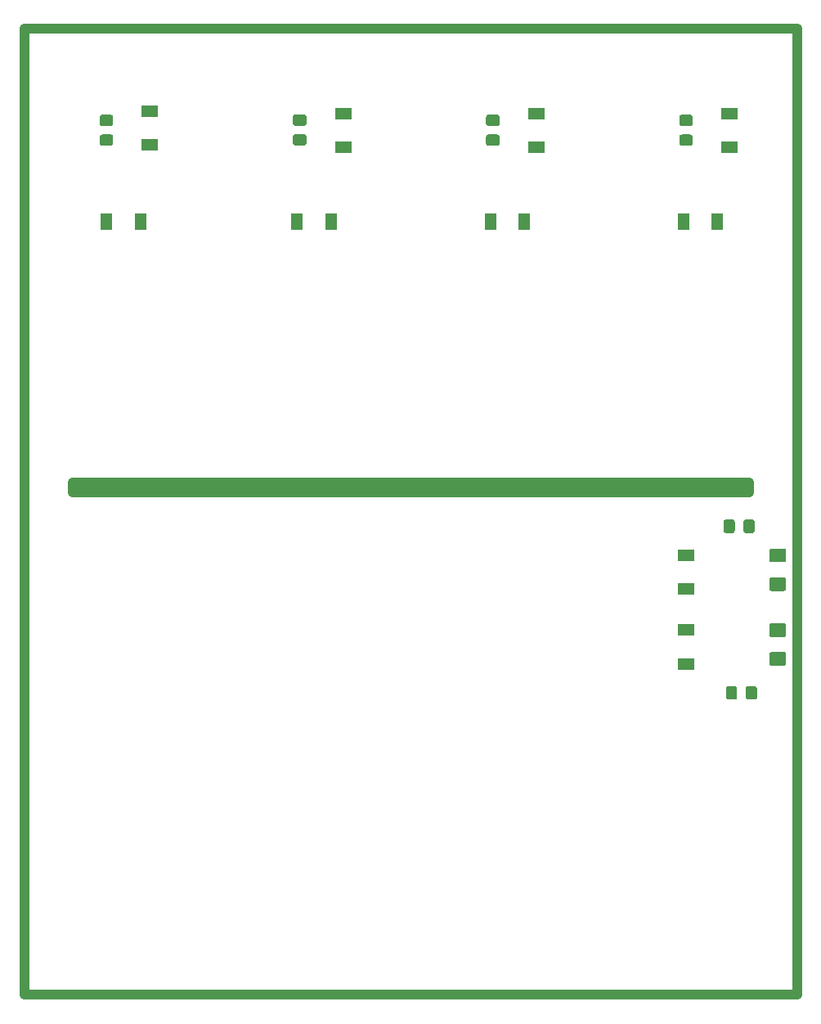
<source format=gbr>
%TF.GenerationSoftware,KiCad,Pcbnew,(5.1.5)-3*%
%TF.CreationDate,2020-04-29T23:45:49+02:00*%
%TF.ProjectId,KicadJE_SympleSeq,4b696361-644a-4455-9f53-796d706c6553,Rev A*%
%TF.SameCoordinates,Original*%
%TF.FileFunction,Paste,Bot*%
%TF.FilePolarity,Positive*%
%FSLAX46Y46*%
G04 Gerber Fmt 4.6, Leading zero omitted, Abs format (unit mm)*
G04 Created by KiCad (PCBNEW (5.1.5)-3) date 2020-04-29 23:45:49*
%MOMM*%
%LPD*%
G04 APERTURE LIST*
%ADD10C,1.000000*%
%ADD11C,0.150000*%
%ADD12R,1.700000X1.300000*%
%ADD13R,1.300000X1.700000*%
G04 APERTURE END LIST*
D10*
X105000000Y-96950000D02*
X105000000Y-97950000D01*
X175000000Y-96950000D02*
X175000000Y-97950000D01*
X105000000Y-96950000D02*
X175000000Y-96950000D01*
X175000000Y-97950000D02*
X105000000Y-97950000D01*
X180000000Y-50000000D02*
X100000000Y-50000000D01*
X180000000Y-150000000D02*
X180000000Y-50000000D01*
X100000000Y-150000000D02*
X180000000Y-150000000D01*
X100000000Y-50000000D02*
X100000000Y-150000000D01*
D11*
G36*
X178649504Y-103801204D02*
G01*
X178673773Y-103804804D01*
X178697571Y-103810765D01*
X178720671Y-103819030D01*
X178742849Y-103829520D01*
X178763893Y-103842133D01*
X178783598Y-103856747D01*
X178801777Y-103873223D01*
X178818253Y-103891402D01*
X178832867Y-103911107D01*
X178845480Y-103932151D01*
X178855970Y-103954329D01*
X178864235Y-103977429D01*
X178870196Y-104001227D01*
X178873796Y-104025496D01*
X178875000Y-104050000D01*
X178875000Y-104975000D01*
X178873796Y-104999504D01*
X178870196Y-105023773D01*
X178864235Y-105047571D01*
X178855970Y-105070671D01*
X178845480Y-105092849D01*
X178832867Y-105113893D01*
X178818253Y-105133598D01*
X178801777Y-105151777D01*
X178783598Y-105168253D01*
X178763893Y-105182867D01*
X178742849Y-105195480D01*
X178720671Y-105205970D01*
X178697571Y-105214235D01*
X178673773Y-105220196D01*
X178649504Y-105223796D01*
X178625000Y-105225000D01*
X177375000Y-105225000D01*
X177350496Y-105223796D01*
X177326227Y-105220196D01*
X177302429Y-105214235D01*
X177279329Y-105205970D01*
X177257151Y-105195480D01*
X177236107Y-105182867D01*
X177216402Y-105168253D01*
X177198223Y-105151777D01*
X177181747Y-105133598D01*
X177167133Y-105113893D01*
X177154520Y-105092849D01*
X177144030Y-105070671D01*
X177135765Y-105047571D01*
X177129804Y-105023773D01*
X177126204Y-104999504D01*
X177125000Y-104975000D01*
X177125000Y-104050000D01*
X177126204Y-104025496D01*
X177129804Y-104001227D01*
X177135765Y-103977429D01*
X177144030Y-103954329D01*
X177154520Y-103932151D01*
X177167133Y-103911107D01*
X177181747Y-103891402D01*
X177198223Y-103873223D01*
X177216402Y-103856747D01*
X177236107Y-103842133D01*
X177257151Y-103829520D01*
X177279329Y-103819030D01*
X177302429Y-103810765D01*
X177326227Y-103804804D01*
X177350496Y-103801204D01*
X177375000Y-103800000D01*
X178625000Y-103800000D01*
X178649504Y-103801204D01*
G37*
G36*
X178649504Y-106776204D02*
G01*
X178673773Y-106779804D01*
X178697571Y-106785765D01*
X178720671Y-106794030D01*
X178742849Y-106804520D01*
X178763893Y-106817133D01*
X178783598Y-106831747D01*
X178801777Y-106848223D01*
X178818253Y-106866402D01*
X178832867Y-106886107D01*
X178845480Y-106907151D01*
X178855970Y-106929329D01*
X178864235Y-106952429D01*
X178870196Y-106976227D01*
X178873796Y-107000496D01*
X178875000Y-107025000D01*
X178875000Y-107950000D01*
X178873796Y-107974504D01*
X178870196Y-107998773D01*
X178864235Y-108022571D01*
X178855970Y-108045671D01*
X178845480Y-108067849D01*
X178832867Y-108088893D01*
X178818253Y-108108598D01*
X178801777Y-108126777D01*
X178783598Y-108143253D01*
X178763893Y-108157867D01*
X178742849Y-108170480D01*
X178720671Y-108180970D01*
X178697571Y-108189235D01*
X178673773Y-108195196D01*
X178649504Y-108198796D01*
X178625000Y-108200000D01*
X177375000Y-108200000D01*
X177350496Y-108198796D01*
X177326227Y-108195196D01*
X177302429Y-108189235D01*
X177279329Y-108180970D01*
X177257151Y-108170480D01*
X177236107Y-108157867D01*
X177216402Y-108143253D01*
X177198223Y-108126777D01*
X177181747Y-108108598D01*
X177167133Y-108088893D01*
X177154520Y-108067849D01*
X177144030Y-108045671D01*
X177135765Y-108022571D01*
X177129804Y-107998773D01*
X177126204Y-107974504D01*
X177125000Y-107950000D01*
X177125000Y-107025000D01*
X177126204Y-107000496D01*
X177129804Y-106976227D01*
X177135765Y-106952429D01*
X177144030Y-106929329D01*
X177154520Y-106907151D01*
X177167133Y-106886107D01*
X177181747Y-106866402D01*
X177198223Y-106848223D01*
X177216402Y-106831747D01*
X177236107Y-106817133D01*
X177257151Y-106804520D01*
X177279329Y-106794030D01*
X177302429Y-106785765D01*
X177326227Y-106779804D01*
X177350496Y-106776204D01*
X177375000Y-106775000D01*
X178625000Y-106775000D01*
X178649504Y-106776204D01*
G37*
G36*
X178649504Y-111551204D02*
G01*
X178673773Y-111554804D01*
X178697571Y-111560765D01*
X178720671Y-111569030D01*
X178742849Y-111579520D01*
X178763893Y-111592133D01*
X178783598Y-111606747D01*
X178801777Y-111623223D01*
X178818253Y-111641402D01*
X178832867Y-111661107D01*
X178845480Y-111682151D01*
X178855970Y-111704329D01*
X178864235Y-111727429D01*
X178870196Y-111751227D01*
X178873796Y-111775496D01*
X178875000Y-111800000D01*
X178875000Y-112725000D01*
X178873796Y-112749504D01*
X178870196Y-112773773D01*
X178864235Y-112797571D01*
X178855970Y-112820671D01*
X178845480Y-112842849D01*
X178832867Y-112863893D01*
X178818253Y-112883598D01*
X178801777Y-112901777D01*
X178783598Y-112918253D01*
X178763893Y-112932867D01*
X178742849Y-112945480D01*
X178720671Y-112955970D01*
X178697571Y-112964235D01*
X178673773Y-112970196D01*
X178649504Y-112973796D01*
X178625000Y-112975000D01*
X177375000Y-112975000D01*
X177350496Y-112973796D01*
X177326227Y-112970196D01*
X177302429Y-112964235D01*
X177279329Y-112955970D01*
X177257151Y-112945480D01*
X177236107Y-112932867D01*
X177216402Y-112918253D01*
X177198223Y-112901777D01*
X177181747Y-112883598D01*
X177167133Y-112863893D01*
X177154520Y-112842849D01*
X177144030Y-112820671D01*
X177135765Y-112797571D01*
X177129804Y-112773773D01*
X177126204Y-112749504D01*
X177125000Y-112725000D01*
X177125000Y-111800000D01*
X177126204Y-111775496D01*
X177129804Y-111751227D01*
X177135765Y-111727429D01*
X177144030Y-111704329D01*
X177154520Y-111682151D01*
X177167133Y-111661107D01*
X177181747Y-111641402D01*
X177198223Y-111623223D01*
X177216402Y-111606747D01*
X177236107Y-111592133D01*
X177257151Y-111579520D01*
X177279329Y-111569030D01*
X177302429Y-111560765D01*
X177326227Y-111554804D01*
X177350496Y-111551204D01*
X177375000Y-111550000D01*
X178625000Y-111550000D01*
X178649504Y-111551204D01*
G37*
G36*
X178649504Y-114526204D02*
G01*
X178673773Y-114529804D01*
X178697571Y-114535765D01*
X178720671Y-114544030D01*
X178742849Y-114554520D01*
X178763893Y-114567133D01*
X178783598Y-114581747D01*
X178801777Y-114598223D01*
X178818253Y-114616402D01*
X178832867Y-114636107D01*
X178845480Y-114657151D01*
X178855970Y-114679329D01*
X178864235Y-114702429D01*
X178870196Y-114726227D01*
X178873796Y-114750496D01*
X178875000Y-114775000D01*
X178875000Y-115700000D01*
X178873796Y-115724504D01*
X178870196Y-115748773D01*
X178864235Y-115772571D01*
X178855970Y-115795671D01*
X178845480Y-115817849D01*
X178832867Y-115838893D01*
X178818253Y-115858598D01*
X178801777Y-115876777D01*
X178783598Y-115893253D01*
X178763893Y-115907867D01*
X178742849Y-115920480D01*
X178720671Y-115930970D01*
X178697571Y-115939235D01*
X178673773Y-115945196D01*
X178649504Y-115948796D01*
X178625000Y-115950000D01*
X177375000Y-115950000D01*
X177350496Y-115948796D01*
X177326227Y-115945196D01*
X177302429Y-115939235D01*
X177279329Y-115930970D01*
X177257151Y-115920480D01*
X177236107Y-115907867D01*
X177216402Y-115893253D01*
X177198223Y-115876777D01*
X177181747Y-115858598D01*
X177167133Y-115838893D01*
X177154520Y-115817849D01*
X177144030Y-115795671D01*
X177135765Y-115772571D01*
X177129804Y-115748773D01*
X177126204Y-115724504D01*
X177125000Y-115700000D01*
X177125000Y-114775000D01*
X177126204Y-114750496D01*
X177129804Y-114726227D01*
X177135765Y-114702429D01*
X177144030Y-114679329D01*
X177154520Y-114657151D01*
X177167133Y-114636107D01*
X177181747Y-114616402D01*
X177198223Y-114598223D01*
X177216402Y-114581747D01*
X177236107Y-114567133D01*
X177257151Y-114554520D01*
X177279329Y-114544030D01*
X177302429Y-114535765D01*
X177326227Y-114529804D01*
X177350496Y-114526204D01*
X177375000Y-114525000D01*
X178625000Y-114525000D01*
X178649504Y-114526204D01*
G37*
D12*
X113000000Y-62000000D03*
X113000000Y-58500000D03*
X133000000Y-58750000D03*
X133000000Y-62250000D03*
D13*
X112000000Y-70000000D03*
X108500000Y-70000000D03*
X128250000Y-70000000D03*
X131750000Y-70000000D03*
D12*
X153000000Y-58750000D03*
X153000000Y-62250000D03*
X173000000Y-62250000D03*
X173000000Y-58750000D03*
D13*
X148250000Y-70000000D03*
X151750000Y-70000000D03*
X171750000Y-70000000D03*
X168250000Y-70000000D03*
D12*
X168500000Y-104500000D03*
X168500000Y-108000000D03*
X168500000Y-115750000D03*
X168500000Y-112250000D03*
D11*
G36*
X175374505Y-100801204D02*
G01*
X175398773Y-100804804D01*
X175422572Y-100810765D01*
X175445671Y-100819030D01*
X175467850Y-100829520D01*
X175488893Y-100842132D01*
X175508599Y-100856747D01*
X175526777Y-100873223D01*
X175543253Y-100891401D01*
X175557868Y-100911107D01*
X175570480Y-100932150D01*
X175580970Y-100954329D01*
X175589235Y-100977428D01*
X175595196Y-101001227D01*
X175598796Y-101025495D01*
X175600000Y-101049999D01*
X175600000Y-101950001D01*
X175598796Y-101974505D01*
X175595196Y-101998773D01*
X175589235Y-102022572D01*
X175580970Y-102045671D01*
X175570480Y-102067850D01*
X175557868Y-102088893D01*
X175543253Y-102108599D01*
X175526777Y-102126777D01*
X175508599Y-102143253D01*
X175488893Y-102157868D01*
X175467850Y-102170480D01*
X175445671Y-102180970D01*
X175422572Y-102189235D01*
X175398773Y-102195196D01*
X175374505Y-102198796D01*
X175350001Y-102200000D01*
X174699999Y-102200000D01*
X174675495Y-102198796D01*
X174651227Y-102195196D01*
X174627428Y-102189235D01*
X174604329Y-102180970D01*
X174582150Y-102170480D01*
X174561107Y-102157868D01*
X174541401Y-102143253D01*
X174523223Y-102126777D01*
X174506747Y-102108599D01*
X174492132Y-102088893D01*
X174479520Y-102067850D01*
X174469030Y-102045671D01*
X174460765Y-102022572D01*
X174454804Y-101998773D01*
X174451204Y-101974505D01*
X174450000Y-101950001D01*
X174450000Y-101049999D01*
X174451204Y-101025495D01*
X174454804Y-101001227D01*
X174460765Y-100977428D01*
X174469030Y-100954329D01*
X174479520Y-100932150D01*
X174492132Y-100911107D01*
X174506747Y-100891401D01*
X174523223Y-100873223D01*
X174541401Y-100856747D01*
X174561107Y-100842132D01*
X174582150Y-100829520D01*
X174604329Y-100819030D01*
X174627428Y-100810765D01*
X174651227Y-100804804D01*
X174675495Y-100801204D01*
X174699999Y-100800000D01*
X175350001Y-100800000D01*
X175374505Y-100801204D01*
G37*
G36*
X173324505Y-100801204D02*
G01*
X173348773Y-100804804D01*
X173372572Y-100810765D01*
X173395671Y-100819030D01*
X173417850Y-100829520D01*
X173438893Y-100842132D01*
X173458599Y-100856747D01*
X173476777Y-100873223D01*
X173493253Y-100891401D01*
X173507868Y-100911107D01*
X173520480Y-100932150D01*
X173530970Y-100954329D01*
X173539235Y-100977428D01*
X173545196Y-101001227D01*
X173548796Y-101025495D01*
X173550000Y-101049999D01*
X173550000Y-101950001D01*
X173548796Y-101974505D01*
X173545196Y-101998773D01*
X173539235Y-102022572D01*
X173530970Y-102045671D01*
X173520480Y-102067850D01*
X173507868Y-102088893D01*
X173493253Y-102108599D01*
X173476777Y-102126777D01*
X173458599Y-102143253D01*
X173438893Y-102157868D01*
X173417850Y-102170480D01*
X173395671Y-102180970D01*
X173372572Y-102189235D01*
X173348773Y-102195196D01*
X173324505Y-102198796D01*
X173300001Y-102200000D01*
X172649999Y-102200000D01*
X172625495Y-102198796D01*
X172601227Y-102195196D01*
X172577428Y-102189235D01*
X172554329Y-102180970D01*
X172532150Y-102170480D01*
X172511107Y-102157868D01*
X172491401Y-102143253D01*
X172473223Y-102126777D01*
X172456747Y-102108599D01*
X172442132Y-102088893D01*
X172429520Y-102067850D01*
X172419030Y-102045671D01*
X172410765Y-102022572D01*
X172404804Y-101998773D01*
X172401204Y-101974505D01*
X172400000Y-101950001D01*
X172400000Y-101049999D01*
X172401204Y-101025495D01*
X172404804Y-101001227D01*
X172410765Y-100977428D01*
X172419030Y-100954329D01*
X172429520Y-100932150D01*
X172442132Y-100911107D01*
X172456747Y-100891401D01*
X172473223Y-100873223D01*
X172491401Y-100856747D01*
X172511107Y-100842132D01*
X172532150Y-100829520D01*
X172554329Y-100819030D01*
X172577428Y-100810765D01*
X172601227Y-100804804D01*
X172625495Y-100801204D01*
X172649999Y-100800000D01*
X173300001Y-100800000D01*
X173324505Y-100801204D01*
G37*
G36*
X173574505Y-118051204D02*
G01*
X173598773Y-118054804D01*
X173622572Y-118060765D01*
X173645671Y-118069030D01*
X173667850Y-118079520D01*
X173688893Y-118092132D01*
X173708599Y-118106747D01*
X173726777Y-118123223D01*
X173743253Y-118141401D01*
X173757868Y-118161107D01*
X173770480Y-118182150D01*
X173780970Y-118204329D01*
X173789235Y-118227428D01*
X173795196Y-118251227D01*
X173798796Y-118275495D01*
X173800000Y-118299999D01*
X173800000Y-119200001D01*
X173798796Y-119224505D01*
X173795196Y-119248773D01*
X173789235Y-119272572D01*
X173780970Y-119295671D01*
X173770480Y-119317850D01*
X173757868Y-119338893D01*
X173743253Y-119358599D01*
X173726777Y-119376777D01*
X173708599Y-119393253D01*
X173688893Y-119407868D01*
X173667850Y-119420480D01*
X173645671Y-119430970D01*
X173622572Y-119439235D01*
X173598773Y-119445196D01*
X173574505Y-119448796D01*
X173550001Y-119450000D01*
X172899999Y-119450000D01*
X172875495Y-119448796D01*
X172851227Y-119445196D01*
X172827428Y-119439235D01*
X172804329Y-119430970D01*
X172782150Y-119420480D01*
X172761107Y-119407868D01*
X172741401Y-119393253D01*
X172723223Y-119376777D01*
X172706747Y-119358599D01*
X172692132Y-119338893D01*
X172679520Y-119317850D01*
X172669030Y-119295671D01*
X172660765Y-119272572D01*
X172654804Y-119248773D01*
X172651204Y-119224505D01*
X172650000Y-119200001D01*
X172650000Y-118299999D01*
X172651204Y-118275495D01*
X172654804Y-118251227D01*
X172660765Y-118227428D01*
X172669030Y-118204329D01*
X172679520Y-118182150D01*
X172692132Y-118161107D01*
X172706747Y-118141401D01*
X172723223Y-118123223D01*
X172741401Y-118106747D01*
X172761107Y-118092132D01*
X172782150Y-118079520D01*
X172804329Y-118069030D01*
X172827428Y-118060765D01*
X172851227Y-118054804D01*
X172875495Y-118051204D01*
X172899999Y-118050000D01*
X173550001Y-118050000D01*
X173574505Y-118051204D01*
G37*
G36*
X175624505Y-118051204D02*
G01*
X175648773Y-118054804D01*
X175672572Y-118060765D01*
X175695671Y-118069030D01*
X175717850Y-118079520D01*
X175738893Y-118092132D01*
X175758599Y-118106747D01*
X175776777Y-118123223D01*
X175793253Y-118141401D01*
X175807868Y-118161107D01*
X175820480Y-118182150D01*
X175830970Y-118204329D01*
X175839235Y-118227428D01*
X175845196Y-118251227D01*
X175848796Y-118275495D01*
X175850000Y-118299999D01*
X175850000Y-119200001D01*
X175848796Y-119224505D01*
X175845196Y-119248773D01*
X175839235Y-119272572D01*
X175830970Y-119295671D01*
X175820480Y-119317850D01*
X175807868Y-119338893D01*
X175793253Y-119358599D01*
X175776777Y-119376777D01*
X175758599Y-119393253D01*
X175738893Y-119407868D01*
X175717850Y-119420480D01*
X175695671Y-119430970D01*
X175672572Y-119439235D01*
X175648773Y-119445196D01*
X175624505Y-119448796D01*
X175600001Y-119450000D01*
X174949999Y-119450000D01*
X174925495Y-119448796D01*
X174901227Y-119445196D01*
X174877428Y-119439235D01*
X174854329Y-119430970D01*
X174832150Y-119420480D01*
X174811107Y-119407868D01*
X174791401Y-119393253D01*
X174773223Y-119376777D01*
X174756747Y-119358599D01*
X174742132Y-119338893D01*
X174729520Y-119317850D01*
X174719030Y-119295671D01*
X174710765Y-119272572D01*
X174704804Y-119248773D01*
X174701204Y-119224505D01*
X174700000Y-119200001D01*
X174700000Y-118299999D01*
X174701204Y-118275495D01*
X174704804Y-118251227D01*
X174710765Y-118227428D01*
X174719030Y-118204329D01*
X174729520Y-118182150D01*
X174742132Y-118161107D01*
X174756747Y-118141401D01*
X174773223Y-118123223D01*
X174791401Y-118106747D01*
X174811107Y-118092132D01*
X174832150Y-118079520D01*
X174854329Y-118069030D01*
X174877428Y-118060765D01*
X174901227Y-118054804D01*
X174925495Y-118051204D01*
X174949999Y-118050000D01*
X175600001Y-118050000D01*
X175624505Y-118051204D01*
G37*
G36*
X108974505Y-60951204D02*
G01*
X108998773Y-60954804D01*
X109022572Y-60960765D01*
X109045671Y-60969030D01*
X109067850Y-60979520D01*
X109088893Y-60992132D01*
X109108599Y-61006747D01*
X109126777Y-61023223D01*
X109143253Y-61041401D01*
X109157868Y-61061107D01*
X109170480Y-61082150D01*
X109180970Y-61104329D01*
X109189235Y-61127428D01*
X109195196Y-61151227D01*
X109198796Y-61175495D01*
X109200000Y-61199999D01*
X109200000Y-61850001D01*
X109198796Y-61874505D01*
X109195196Y-61898773D01*
X109189235Y-61922572D01*
X109180970Y-61945671D01*
X109170480Y-61967850D01*
X109157868Y-61988893D01*
X109143253Y-62008599D01*
X109126777Y-62026777D01*
X109108599Y-62043253D01*
X109088893Y-62057868D01*
X109067850Y-62070480D01*
X109045671Y-62080970D01*
X109022572Y-62089235D01*
X108998773Y-62095196D01*
X108974505Y-62098796D01*
X108950001Y-62100000D01*
X108049999Y-62100000D01*
X108025495Y-62098796D01*
X108001227Y-62095196D01*
X107977428Y-62089235D01*
X107954329Y-62080970D01*
X107932150Y-62070480D01*
X107911107Y-62057868D01*
X107891401Y-62043253D01*
X107873223Y-62026777D01*
X107856747Y-62008599D01*
X107842132Y-61988893D01*
X107829520Y-61967850D01*
X107819030Y-61945671D01*
X107810765Y-61922572D01*
X107804804Y-61898773D01*
X107801204Y-61874505D01*
X107800000Y-61850001D01*
X107800000Y-61199999D01*
X107801204Y-61175495D01*
X107804804Y-61151227D01*
X107810765Y-61127428D01*
X107819030Y-61104329D01*
X107829520Y-61082150D01*
X107842132Y-61061107D01*
X107856747Y-61041401D01*
X107873223Y-61023223D01*
X107891401Y-61006747D01*
X107911107Y-60992132D01*
X107932150Y-60979520D01*
X107954329Y-60969030D01*
X107977428Y-60960765D01*
X108001227Y-60954804D01*
X108025495Y-60951204D01*
X108049999Y-60950000D01*
X108950001Y-60950000D01*
X108974505Y-60951204D01*
G37*
G36*
X108974505Y-58901204D02*
G01*
X108998773Y-58904804D01*
X109022572Y-58910765D01*
X109045671Y-58919030D01*
X109067850Y-58929520D01*
X109088893Y-58942132D01*
X109108599Y-58956747D01*
X109126777Y-58973223D01*
X109143253Y-58991401D01*
X109157868Y-59011107D01*
X109170480Y-59032150D01*
X109180970Y-59054329D01*
X109189235Y-59077428D01*
X109195196Y-59101227D01*
X109198796Y-59125495D01*
X109200000Y-59149999D01*
X109200000Y-59800001D01*
X109198796Y-59824505D01*
X109195196Y-59848773D01*
X109189235Y-59872572D01*
X109180970Y-59895671D01*
X109170480Y-59917850D01*
X109157868Y-59938893D01*
X109143253Y-59958599D01*
X109126777Y-59976777D01*
X109108599Y-59993253D01*
X109088893Y-60007868D01*
X109067850Y-60020480D01*
X109045671Y-60030970D01*
X109022572Y-60039235D01*
X108998773Y-60045196D01*
X108974505Y-60048796D01*
X108950001Y-60050000D01*
X108049999Y-60050000D01*
X108025495Y-60048796D01*
X108001227Y-60045196D01*
X107977428Y-60039235D01*
X107954329Y-60030970D01*
X107932150Y-60020480D01*
X107911107Y-60007868D01*
X107891401Y-59993253D01*
X107873223Y-59976777D01*
X107856747Y-59958599D01*
X107842132Y-59938893D01*
X107829520Y-59917850D01*
X107819030Y-59895671D01*
X107810765Y-59872572D01*
X107804804Y-59848773D01*
X107801204Y-59824505D01*
X107800000Y-59800001D01*
X107800000Y-59149999D01*
X107801204Y-59125495D01*
X107804804Y-59101227D01*
X107810765Y-59077428D01*
X107819030Y-59054329D01*
X107829520Y-59032150D01*
X107842132Y-59011107D01*
X107856747Y-58991401D01*
X107873223Y-58973223D01*
X107891401Y-58956747D01*
X107911107Y-58942132D01*
X107932150Y-58929520D01*
X107954329Y-58919030D01*
X107977428Y-58910765D01*
X108001227Y-58904804D01*
X108025495Y-58901204D01*
X108049999Y-58900000D01*
X108950001Y-58900000D01*
X108974505Y-58901204D01*
G37*
G36*
X128974505Y-60926204D02*
G01*
X128998773Y-60929804D01*
X129022572Y-60935765D01*
X129045671Y-60944030D01*
X129067850Y-60954520D01*
X129088893Y-60967132D01*
X129108599Y-60981747D01*
X129126777Y-60998223D01*
X129143253Y-61016401D01*
X129157868Y-61036107D01*
X129170480Y-61057150D01*
X129180970Y-61079329D01*
X129189235Y-61102428D01*
X129195196Y-61126227D01*
X129198796Y-61150495D01*
X129200000Y-61174999D01*
X129200000Y-61825001D01*
X129198796Y-61849505D01*
X129195196Y-61873773D01*
X129189235Y-61897572D01*
X129180970Y-61920671D01*
X129170480Y-61942850D01*
X129157868Y-61963893D01*
X129143253Y-61983599D01*
X129126777Y-62001777D01*
X129108599Y-62018253D01*
X129088893Y-62032868D01*
X129067850Y-62045480D01*
X129045671Y-62055970D01*
X129022572Y-62064235D01*
X128998773Y-62070196D01*
X128974505Y-62073796D01*
X128950001Y-62075000D01*
X128049999Y-62075000D01*
X128025495Y-62073796D01*
X128001227Y-62070196D01*
X127977428Y-62064235D01*
X127954329Y-62055970D01*
X127932150Y-62045480D01*
X127911107Y-62032868D01*
X127891401Y-62018253D01*
X127873223Y-62001777D01*
X127856747Y-61983599D01*
X127842132Y-61963893D01*
X127829520Y-61942850D01*
X127819030Y-61920671D01*
X127810765Y-61897572D01*
X127804804Y-61873773D01*
X127801204Y-61849505D01*
X127800000Y-61825001D01*
X127800000Y-61174999D01*
X127801204Y-61150495D01*
X127804804Y-61126227D01*
X127810765Y-61102428D01*
X127819030Y-61079329D01*
X127829520Y-61057150D01*
X127842132Y-61036107D01*
X127856747Y-61016401D01*
X127873223Y-60998223D01*
X127891401Y-60981747D01*
X127911107Y-60967132D01*
X127932150Y-60954520D01*
X127954329Y-60944030D01*
X127977428Y-60935765D01*
X128001227Y-60929804D01*
X128025495Y-60926204D01*
X128049999Y-60925000D01*
X128950001Y-60925000D01*
X128974505Y-60926204D01*
G37*
G36*
X128974505Y-58876204D02*
G01*
X128998773Y-58879804D01*
X129022572Y-58885765D01*
X129045671Y-58894030D01*
X129067850Y-58904520D01*
X129088893Y-58917132D01*
X129108599Y-58931747D01*
X129126777Y-58948223D01*
X129143253Y-58966401D01*
X129157868Y-58986107D01*
X129170480Y-59007150D01*
X129180970Y-59029329D01*
X129189235Y-59052428D01*
X129195196Y-59076227D01*
X129198796Y-59100495D01*
X129200000Y-59124999D01*
X129200000Y-59775001D01*
X129198796Y-59799505D01*
X129195196Y-59823773D01*
X129189235Y-59847572D01*
X129180970Y-59870671D01*
X129170480Y-59892850D01*
X129157868Y-59913893D01*
X129143253Y-59933599D01*
X129126777Y-59951777D01*
X129108599Y-59968253D01*
X129088893Y-59982868D01*
X129067850Y-59995480D01*
X129045671Y-60005970D01*
X129022572Y-60014235D01*
X128998773Y-60020196D01*
X128974505Y-60023796D01*
X128950001Y-60025000D01*
X128049999Y-60025000D01*
X128025495Y-60023796D01*
X128001227Y-60020196D01*
X127977428Y-60014235D01*
X127954329Y-60005970D01*
X127932150Y-59995480D01*
X127911107Y-59982868D01*
X127891401Y-59968253D01*
X127873223Y-59951777D01*
X127856747Y-59933599D01*
X127842132Y-59913893D01*
X127829520Y-59892850D01*
X127819030Y-59870671D01*
X127810765Y-59847572D01*
X127804804Y-59823773D01*
X127801204Y-59799505D01*
X127800000Y-59775001D01*
X127800000Y-59124999D01*
X127801204Y-59100495D01*
X127804804Y-59076227D01*
X127810765Y-59052428D01*
X127819030Y-59029329D01*
X127829520Y-59007150D01*
X127842132Y-58986107D01*
X127856747Y-58966401D01*
X127873223Y-58948223D01*
X127891401Y-58931747D01*
X127911107Y-58917132D01*
X127932150Y-58904520D01*
X127954329Y-58894030D01*
X127977428Y-58885765D01*
X128001227Y-58879804D01*
X128025495Y-58876204D01*
X128049999Y-58875000D01*
X128950001Y-58875000D01*
X128974505Y-58876204D01*
G37*
G36*
X148974505Y-58901204D02*
G01*
X148998773Y-58904804D01*
X149022572Y-58910765D01*
X149045671Y-58919030D01*
X149067850Y-58929520D01*
X149088893Y-58942132D01*
X149108599Y-58956747D01*
X149126777Y-58973223D01*
X149143253Y-58991401D01*
X149157868Y-59011107D01*
X149170480Y-59032150D01*
X149180970Y-59054329D01*
X149189235Y-59077428D01*
X149195196Y-59101227D01*
X149198796Y-59125495D01*
X149200000Y-59149999D01*
X149200000Y-59800001D01*
X149198796Y-59824505D01*
X149195196Y-59848773D01*
X149189235Y-59872572D01*
X149180970Y-59895671D01*
X149170480Y-59917850D01*
X149157868Y-59938893D01*
X149143253Y-59958599D01*
X149126777Y-59976777D01*
X149108599Y-59993253D01*
X149088893Y-60007868D01*
X149067850Y-60020480D01*
X149045671Y-60030970D01*
X149022572Y-60039235D01*
X148998773Y-60045196D01*
X148974505Y-60048796D01*
X148950001Y-60050000D01*
X148049999Y-60050000D01*
X148025495Y-60048796D01*
X148001227Y-60045196D01*
X147977428Y-60039235D01*
X147954329Y-60030970D01*
X147932150Y-60020480D01*
X147911107Y-60007868D01*
X147891401Y-59993253D01*
X147873223Y-59976777D01*
X147856747Y-59958599D01*
X147842132Y-59938893D01*
X147829520Y-59917850D01*
X147819030Y-59895671D01*
X147810765Y-59872572D01*
X147804804Y-59848773D01*
X147801204Y-59824505D01*
X147800000Y-59800001D01*
X147800000Y-59149999D01*
X147801204Y-59125495D01*
X147804804Y-59101227D01*
X147810765Y-59077428D01*
X147819030Y-59054329D01*
X147829520Y-59032150D01*
X147842132Y-59011107D01*
X147856747Y-58991401D01*
X147873223Y-58973223D01*
X147891401Y-58956747D01*
X147911107Y-58942132D01*
X147932150Y-58929520D01*
X147954329Y-58919030D01*
X147977428Y-58910765D01*
X148001227Y-58904804D01*
X148025495Y-58901204D01*
X148049999Y-58900000D01*
X148950001Y-58900000D01*
X148974505Y-58901204D01*
G37*
G36*
X148974505Y-60951204D02*
G01*
X148998773Y-60954804D01*
X149022572Y-60960765D01*
X149045671Y-60969030D01*
X149067850Y-60979520D01*
X149088893Y-60992132D01*
X149108599Y-61006747D01*
X149126777Y-61023223D01*
X149143253Y-61041401D01*
X149157868Y-61061107D01*
X149170480Y-61082150D01*
X149180970Y-61104329D01*
X149189235Y-61127428D01*
X149195196Y-61151227D01*
X149198796Y-61175495D01*
X149200000Y-61199999D01*
X149200000Y-61850001D01*
X149198796Y-61874505D01*
X149195196Y-61898773D01*
X149189235Y-61922572D01*
X149180970Y-61945671D01*
X149170480Y-61967850D01*
X149157868Y-61988893D01*
X149143253Y-62008599D01*
X149126777Y-62026777D01*
X149108599Y-62043253D01*
X149088893Y-62057868D01*
X149067850Y-62070480D01*
X149045671Y-62080970D01*
X149022572Y-62089235D01*
X148998773Y-62095196D01*
X148974505Y-62098796D01*
X148950001Y-62100000D01*
X148049999Y-62100000D01*
X148025495Y-62098796D01*
X148001227Y-62095196D01*
X147977428Y-62089235D01*
X147954329Y-62080970D01*
X147932150Y-62070480D01*
X147911107Y-62057868D01*
X147891401Y-62043253D01*
X147873223Y-62026777D01*
X147856747Y-62008599D01*
X147842132Y-61988893D01*
X147829520Y-61967850D01*
X147819030Y-61945671D01*
X147810765Y-61922572D01*
X147804804Y-61898773D01*
X147801204Y-61874505D01*
X147800000Y-61850001D01*
X147800000Y-61199999D01*
X147801204Y-61175495D01*
X147804804Y-61151227D01*
X147810765Y-61127428D01*
X147819030Y-61104329D01*
X147829520Y-61082150D01*
X147842132Y-61061107D01*
X147856747Y-61041401D01*
X147873223Y-61023223D01*
X147891401Y-61006747D01*
X147911107Y-60992132D01*
X147932150Y-60979520D01*
X147954329Y-60969030D01*
X147977428Y-60960765D01*
X148001227Y-60954804D01*
X148025495Y-60951204D01*
X148049999Y-60950000D01*
X148950001Y-60950000D01*
X148974505Y-60951204D01*
G37*
G36*
X168974505Y-60951204D02*
G01*
X168998773Y-60954804D01*
X169022572Y-60960765D01*
X169045671Y-60969030D01*
X169067850Y-60979520D01*
X169088893Y-60992132D01*
X169108599Y-61006747D01*
X169126777Y-61023223D01*
X169143253Y-61041401D01*
X169157868Y-61061107D01*
X169170480Y-61082150D01*
X169180970Y-61104329D01*
X169189235Y-61127428D01*
X169195196Y-61151227D01*
X169198796Y-61175495D01*
X169200000Y-61199999D01*
X169200000Y-61850001D01*
X169198796Y-61874505D01*
X169195196Y-61898773D01*
X169189235Y-61922572D01*
X169180970Y-61945671D01*
X169170480Y-61967850D01*
X169157868Y-61988893D01*
X169143253Y-62008599D01*
X169126777Y-62026777D01*
X169108599Y-62043253D01*
X169088893Y-62057868D01*
X169067850Y-62070480D01*
X169045671Y-62080970D01*
X169022572Y-62089235D01*
X168998773Y-62095196D01*
X168974505Y-62098796D01*
X168950001Y-62100000D01*
X168049999Y-62100000D01*
X168025495Y-62098796D01*
X168001227Y-62095196D01*
X167977428Y-62089235D01*
X167954329Y-62080970D01*
X167932150Y-62070480D01*
X167911107Y-62057868D01*
X167891401Y-62043253D01*
X167873223Y-62026777D01*
X167856747Y-62008599D01*
X167842132Y-61988893D01*
X167829520Y-61967850D01*
X167819030Y-61945671D01*
X167810765Y-61922572D01*
X167804804Y-61898773D01*
X167801204Y-61874505D01*
X167800000Y-61850001D01*
X167800000Y-61199999D01*
X167801204Y-61175495D01*
X167804804Y-61151227D01*
X167810765Y-61127428D01*
X167819030Y-61104329D01*
X167829520Y-61082150D01*
X167842132Y-61061107D01*
X167856747Y-61041401D01*
X167873223Y-61023223D01*
X167891401Y-61006747D01*
X167911107Y-60992132D01*
X167932150Y-60979520D01*
X167954329Y-60969030D01*
X167977428Y-60960765D01*
X168001227Y-60954804D01*
X168025495Y-60951204D01*
X168049999Y-60950000D01*
X168950001Y-60950000D01*
X168974505Y-60951204D01*
G37*
G36*
X168974505Y-58901204D02*
G01*
X168998773Y-58904804D01*
X169022572Y-58910765D01*
X169045671Y-58919030D01*
X169067850Y-58929520D01*
X169088893Y-58942132D01*
X169108599Y-58956747D01*
X169126777Y-58973223D01*
X169143253Y-58991401D01*
X169157868Y-59011107D01*
X169170480Y-59032150D01*
X169180970Y-59054329D01*
X169189235Y-59077428D01*
X169195196Y-59101227D01*
X169198796Y-59125495D01*
X169200000Y-59149999D01*
X169200000Y-59800001D01*
X169198796Y-59824505D01*
X169195196Y-59848773D01*
X169189235Y-59872572D01*
X169180970Y-59895671D01*
X169170480Y-59917850D01*
X169157868Y-59938893D01*
X169143253Y-59958599D01*
X169126777Y-59976777D01*
X169108599Y-59993253D01*
X169088893Y-60007868D01*
X169067850Y-60020480D01*
X169045671Y-60030970D01*
X169022572Y-60039235D01*
X168998773Y-60045196D01*
X168974505Y-60048796D01*
X168950001Y-60050000D01*
X168049999Y-60050000D01*
X168025495Y-60048796D01*
X168001227Y-60045196D01*
X167977428Y-60039235D01*
X167954329Y-60030970D01*
X167932150Y-60020480D01*
X167911107Y-60007868D01*
X167891401Y-59993253D01*
X167873223Y-59976777D01*
X167856747Y-59958599D01*
X167842132Y-59938893D01*
X167829520Y-59917850D01*
X167819030Y-59895671D01*
X167810765Y-59872572D01*
X167804804Y-59848773D01*
X167801204Y-59824505D01*
X167800000Y-59800001D01*
X167800000Y-59149999D01*
X167801204Y-59125495D01*
X167804804Y-59101227D01*
X167810765Y-59077428D01*
X167819030Y-59054329D01*
X167829520Y-59032150D01*
X167842132Y-59011107D01*
X167856747Y-58991401D01*
X167873223Y-58973223D01*
X167891401Y-58956747D01*
X167911107Y-58942132D01*
X167932150Y-58929520D01*
X167954329Y-58919030D01*
X167977428Y-58910765D01*
X168001227Y-58904804D01*
X168025495Y-58901204D01*
X168049999Y-58900000D01*
X168950001Y-58900000D01*
X168974505Y-58901204D01*
G37*
M02*

</source>
